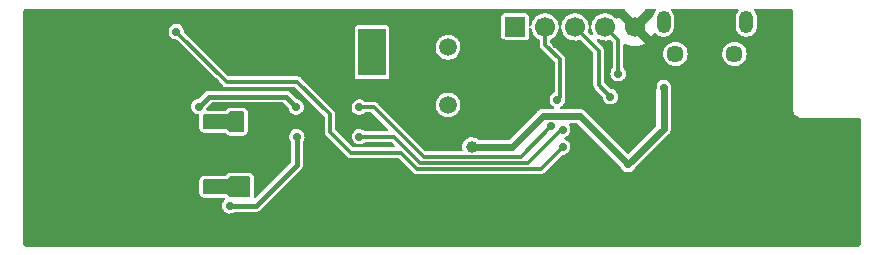
<source format=gbl>
%TF.GenerationSoftware,KiCad,Pcbnew,(6.0.8)*%
%TF.CreationDate,2022-11-15T14:19:18+02:00*%
%TF.ProjectId,ServoController,53657276-6f43-46f6-9e74-726f6c6c6572,rev?*%
%TF.SameCoordinates,PXe3ed9c0PYb6ddf70*%
%TF.FileFunction,Copper,L2,Bot*%
%TF.FilePolarity,Positive*%
%FSLAX46Y46*%
G04 Gerber Fmt 4.6, Leading zero omitted, Abs format (unit mm)*
G04 Created by KiCad (PCBNEW (6.0.8)) date 2022-11-15 14:19:18*
%MOMM*%
%LPD*%
G01*
G04 APERTURE LIST*
%TA.AperFunction,ComponentPad*%
%ADD10C,1.500000*%
%TD*%
%TA.AperFunction,ComponentPad*%
%ADD11C,1.700000*%
%TD*%
%TA.AperFunction,ComponentPad*%
%ADD12R,1.700000X1.700000*%
%TD*%
%TA.AperFunction,ComponentPad*%
%ADD13C,0.800000*%
%TD*%
%TA.AperFunction,SMDPad,CuDef*%
%ADD14R,2.332000X3.957600*%
%TD*%
%TA.AperFunction,ComponentPad*%
%ADD15C,1.450000*%
%TD*%
%TA.AperFunction,ComponentPad*%
%ADD16O,1.200000X1.900000*%
%TD*%
%TA.AperFunction,ViaPad*%
%ADD17C,0.700000*%
%TD*%
%TA.AperFunction,ViaPad*%
%ADD18C,1.000000*%
%TD*%
%TA.AperFunction,Conductor*%
%ADD19C,0.600000*%
%TD*%
%TA.AperFunction,Conductor*%
%ADD20C,0.300000*%
%TD*%
%TA.AperFunction,Conductor*%
%ADD21C,0.400000*%
%TD*%
G04 APERTURE END LIST*
D10*
X36250000Y-3570000D03*
X36250000Y-8450000D03*
D11*
X52080000Y-1850000D03*
X49540000Y-1850000D03*
X47000000Y-1850000D03*
X44460000Y-1850000D03*
D12*
X41920000Y-1850000D03*
D13*
X29800000Y-4900000D03*
D14*
X29802000Y-4000000D03*
D13*
X29800000Y-3100000D03*
D15*
X55500000Y-4142500D03*
D16*
X54500000Y-1442500D03*
X61500000Y-1442500D03*
D15*
X60500000Y-4142500D03*
D17*
X52500000Y-4000000D03*
X34750000Y-2250000D03*
X63750000Y-19250000D03*
X54250000Y-13500000D03*
D18*
X38700000Y-3710000D03*
D17*
X27750000Y-13750000D03*
X40249500Y-10850000D03*
X48500000Y-8250000D03*
X26750000Y-2750000D03*
X47250000Y-11000000D03*
X31750000Y-2099500D03*
X64250000Y-2500000D03*
X16500000Y-2000000D03*
X13090000Y-16700000D03*
X63250000Y-6750000D03*
X17400000Y-19040000D03*
X31640000Y-9190000D03*
X17505185Y-5004769D03*
X8750000Y-6000000D03*
D18*
X45516200Y-3197878D03*
D17*
X25750000Y-1500000D03*
X46750000Y-8000000D03*
X38000000Y-10250000D03*
X58500000Y-17500000D03*
X32250000Y-4500000D03*
X13750000Y-7000000D03*
X63500000Y-17140000D03*
X16890000Y-18110000D03*
X56180000Y-5420000D03*
X13380000Y-14230000D03*
X60500000Y-19500000D03*
X48250000Y-7000000D03*
X13170000Y-9000000D03*
X25000000Y-13750000D03*
X25000000Y-10500000D03*
X35000000Y-10000000D03*
X49750000Y-9000000D03*
X19000000Y-4750000D03*
X32370000Y-18960000D03*
X25850000Y-19120000D03*
X60500000Y-17000000D03*
X49840000Y-6470000D03*
D18*
X40718225Y-3304613D03*
D17*
X23500000Y-19080000D03*
X58500000Y-19250000D03*
X8750000Y-3750000D03*
X25250000Y-5500000D03*
X14500000Y-6499500D03*
X27750000Y-1250000D03*
X12279977Y-3029977D03*
X15068477Y-2450500D03*
X13340000Y-10630000D03*
X11750000Y-6499500D03*
X62000000Y-18250000D03*
X53593356Y-6973327D03*
X13590000Y-12350000D03*
X16500000Y-6500000D03*
X16910000Y-12430000D03*
X56000000Y-18750000D03*
X53250000Y-19250000D03*
X63250000Y-1000000D03*
X30750000Y-14000000D03*
X8750000Y-1000000D03*
X61500000Y-8750000D03*
X36250000Y-5750000D03*
X9750000Y-7000000D03*
X56190000Y-6490000D03*
X50500000Y-10500000D03*
X26750000Y-6250000D03*
X21750000Y-13500000D03*
X40618554Y-8069019D03*
X37250000Y-2099500D03*
X63250000Y-4500000D03*
X55800000Y-10450000D03*
X64250000Y-8750000D03*
X13880000Y-17740000D03*
X28860000Y-19040000D03*
X34500000Y-4750000D03*
X13960000Y-19120000D03*
X57750000Y-10250000D03*
D18*
X38250000Y-12000000D03*
D17*
X54500000Y-6985500D03*
X51500000Y-13500000D03*
D18*
X18000000Y-10000000D03*
X18000000Y-15250000D03*
X16450000Y-9865000D03*
X16450000Y-15365000D03*
D17*
X45500000Y-8000000D03*
X13250000Y-2250000D03*
X45954872Y-12014372D03*
X50650000Y-5810000D03*
X50000000Y-7750000D03*
X28750000Y-11150000D03*
X45960000Y-10550000D03*
X45010000Y-10259500D03*
X28740000Y-8640000D03*
X15155000Y-8595000D03*
X23390000Y-8630000D03*
X17750000Y-17000000D03*
X23450000Y-11150000D03*
D19*
X47410000Y-9410000D02*
X44260000Y-9410000D01*
X41670000Y-12000000D02*
X38250000Y-12000000D01*
X54500000Y-10500000D02*
X51500000Y-13500000D01*
X44260000Y-9410000D02*
X41670000Y-12000000D01*
X51500000Y-13500000D02*
X47410000Y-9410000D01*
X54500000Y-6985500D02*
X54500000Y-10500000D01*
D20*
X45720000Y-7780000D02*
X45720000Y-4603069D01*
X45720000Y-4603069D02*
X44460000Y-3343069D01*
X44460000Y-3343069D02*
X44460000Y-1850000D01*
X45500000Y-8000000D02*
X45720000Y-7780000D01*
X45954872Y-12014372D02*
X44119244Y-13850000D01*
X23500000Y-6500000D02*
X17500000Y-6500000D01*
X26250000Y-10750000D02*
X26250000Y-9250000D01*
X33590000Y-13850000D02*
X32240000Y-12500000D01*
X44119244Y-13850000D02*
X33590000Y-13850000D01*
X26250000Y-9250000D02*
X23500000Y-6500000D01*
X28000000Y-12500000D02*
X26250000Y-10750000D01*
X32240000Y-12500000D02*
X28000000Y-12500000D01*
X17500000Y-6500000D02*
X13250000Y-2250000D01*
X50650000Y-5810000D02*
X50650000Y-2960000D01*
X50650000Y-2960000D02*
X49540000Y-1850000D01*
X49000000Y-6750000D02*
X49000000Y-3850000D01*
X50000000Y-7750000D02*
X49000000Y-6750000D01*
X49000000Y-3850000D02*
X47000000Y-1850000D01*
X31660000Y-11150000D02*
X28750000Y-11150000D01*
X43030969Y-13349031D02*
X33859031Y-13349031D01*
X33859031Y-13349031D02*
X31660000Y-11150000D01*
X45830000Y-10550000D02*
X43030969Y-13349031D01*
X45960000Y-10550000D02*
X45830000Y-10550000D01*
X29970000Y-8640000D02*
X28740000Y-8640000D01*
X34179511Y-12849511D02*
X30510000Y-9180000D01*
X45010000Y-10259500D02*
X42419989Y-12849511D01*
X42419989Y-12849511D02*
X34179511Y-12849511D01*
X30510000Y-9180000D02*
X29970000Y-8640000D01*
D21*
X23390000Y-8630000D02*
X22510000Y-7750000D01*
X16000000Y-7750000D02*
X15155000Y-8595000D01*
X22510000Y-7750000D02*
X16000000Y-7750000D01*
X23450000Y-13550000D02*
X23450000Y-11150000D01*
X20000000Y-17000000D02*
X23450000Y-13550000D01*
X17750000Y-17000000D02*
X20000000Y-17000000D01*
%TA.AperFunction,Conductor*%
G36*
X51179078Y-320185D02*
G01*
X51224833Y-372989D01*
X51231651Y-424312D01*
X51240482Y-444797D01*
X52067393Y-1271708D01*
X52081113Y-1279200D01*
X52082919Y-1279071D01*
X52089426Y-1274889D01*
X52916525Y-447790D01*
X52924017Y-434070D01*
X52923965Y-433345D01*
X52938817Y-365072D01*
X52988223Y-315667D01*
X53047649Y-300500D01*
X53722869Y-300500D01*
X53789908Y-320185D01*
X53835663Y-372989D01*
X53845607Y-442147D01*
X53815019Y-507472D01*
X53788307Y-537139D01*
X53767467Y-560284D01*
X53764219Y-565910D01*
X53683111Y-706394D01*
X53672821Y-724216D01*
X53662441Y-756163D01*
X53616334Y-898065D01*
X53614326Y-904244D01*
X53614034Y-907024D01*
X53581491Y-967299D01*
X53520327Y-1001073D01*
X53506129Y-1001461D01*
X53485203Y-1010482D01*
X52658292Y-1837393D01*
X52650800Y-1851113D01*
X52650929Y-1852919D01*
X52655111Y-1859426D01*
X53482210Y-2686525D01*
X53494391Y-2693176D01*
X53501921Y-2687539D01*
X53552159Y-2605560D01*
X53556573Y-2596897D01*
X53625032Y-2431621D01*
X53668873Y-2377218D01*
X53735167Y-2355153D01*
X53802866Y-2372432D01*
X53831741Y-2396100D01*
X53894129Y-2465388D01*
X54047270Y-2576651D01*
X54053206Y-2579294D01*
X54053208Y-2579295D01*
X54090171Y-2595752D01*
X54220197Y-2653644D01*
X54262544Y-2662645D01*
X54398991Y-2691648D01*
X54398996Y-2691648D01*
X54405354Y-2693000D01*
X54594646Y-2693000D01*
X54601004Y-2691648D01*
X54601009Y-2691648D01*
X54737456Y-2662645D01*
X54779803Y-2653644D01*
X54909829Y-2595752D01*
X54946792Y-2579295D01*
X54946794Y-2579294D01*
X54952730Y-2576651D01*
X55105871Y-2465388D01*
X55165409Y-2399265D01*
X55228186Y-2329544D01*
X55228187Y-2329543D01*
X55232533Y-2324716D01*
X55327179Y-2160784D01*
X55385674Y-1980756D01*
X55400500Y-1839692D01*
X55400500Y-1045308D01*
X55385674Y-904244D01*
X55327179Y-724216D01*
X55316890Y-706394D01*
X55235781Y-565910D01*
X55232533Y-560284D01*
X55211693Y-537139D01*
X55184981Y-507472D01*
X55154751Y-444480D01*
X55163376Y-375145D01*
X55208118Y-321480D01*
X55277131Y-300500D01*
X60722869Y-300500D01*
X60789908Y-320185D01*
X60835663Y-372989D01*
X60845607Y-442147D01*
X60815019Y-507472D01*
X60788307Y-537139D01*
X60767467Y-560284D01*
X60764219Y-565910D01*
X60683111Y-706394D01*
X60672821Y-724216D01*
X60614326Y-904244D01*
X60599500Y-1045308D01*
X60599500Y-1839692D01*
X60614326Y-1980756D01*
X60672821Y-2160784D01*
X60767467Y-2324716D01*
X60771813Y-2329543D01*
X60771814Y-2329544D01*
X60834591Y-2399265D01*
X60894129Y-2465388D01*
X61047270Y-2576651D01*
X61053206Y-2579294D01*
X61053208Y-2579295D01*
X61090171Y-2595752D01*
X61220197Y-2653644D01*
X61262544Y-2662645D01*
X61398991Y-2691648D01*
X61398996Y-2691648D01*
X61405354Y-2693000D01*
X61594646Y-2693000D01*
X61601004Y-2691648D01*
X61601009Y-2691648D01*
X61737456Y-2662645D01*
X61779803Y-2653644D01*
X61909829Y-2595752D01*
X61946792Y-2579295D01*
X61946794Y-2579294D01*
X61952730Y-2576651D01*
X62105871Y-2465388D01*
X62165409Y-2399265D01*
X62228186Y-2329544D01*
X62228187Y-2329543D01*
X62232533Y-2324716D01*
X62327179Y-2160784D01*
X62385674Y-1980756D01*
X62400500Y-1839692D01*
X62400500Y-1045308D01*
X62385674Y-904244D01*
X62327179Y-724216D01*
X62316890Y-706394D01*
X62235781Y-565910D01*
X62232533Y-560284D01*
X62211693Y-537139D01*
X62184981Y-507472D01*
X62154751Y-444480D01*
X62163376Y-375145D01*
X62208118Y-321480D01*
X62277131Y-300500D01*
X65212861Y-300500D01*
X65234391Y-302384D01*
X65250000Y-305136D01*
X65259736Y-303419D01*
X65277012Y-304779D01*
X65292249Y-307192D01*
X65329147Y-319180D01*
X65349763Y-329684D01*
X65381151Y-352489D01*
X65397511Y-368849D01*
X65420316Y-400237D01*
X65430820Y-420853D01*
X65442808Y-457751D01*
X65445221Y-472988D01*
X65446581Y-490264D01*
X65444864Y-500000D01*
X65447616Y-515606D01*
X65449500Y-537139D01*
X65449500Y-8712861D01*
X65447616Y-8734391D01*
X65444864Y-8750000D01*
X65446593Y-8759803D01*
X65446749Y-8761387D01*
X65446749Y-8762270D01*
X65447057Y-8764516D01*
X65447748Y-8771534D01*
X65461083Y-8906925D01*
X65472238Y-8943697D01*
X65503528Y-9046848D01*
X65506856Y-9057820D01*
X65581188Y-9196886D01*
X65585055Y-9201598D01*
X65648754Y-9279215D01*
X65681222Y-9318778D01*
X65685929Y-9322641D01*
X65797660Y-9414336D01*
X65803114Y-9418812D01*
X65942180Y-9493144D01*
X65948003Y-9494910D01*
X65948007Y-9494912D01*
X66041476Y-9523265D01*
X66093075Y-9538917D01*
X66156805Y-9545194D01*
X66181296Y-9547606D01*
X66187601Y-9548678D01*
X66190622Y-9549883D01*
X66196915Y-9550500D01*
X66204589Y-9550500D01*
X66216741Y-9551097D01*
X66228627Y-9552267D01*
X66235485Y-9552943D01*
X66237731Y-9553251D01*
X66238613Y-9553251D01*
X66240197Y-9553407D01*
X66250000Y-9555136D01*
X66260691Y-9553251D01*
X66263849Y-9552694D01*
X66265609Y-9552384D01*
X66287139Y-9550500D01*
X70962861Y-9550500D01*
X70984391Y-9552384D01*
X71000000Y-9555136D01*
X71009736Y-9553419D01*
X71027012Y-9554779D01*
X71042249Y-9557192D01*
X71079147Y-9569180D01*
X71099763Y-9579684D01*
X71131151Y-9602489D01*
X71147511Y-9618849D01*
X71170316Y-9650237D01*
X71180820Y-9670853D01*
X71192808Y-9707751D01*
X71195221Y-9722988D01*
X71196581Y-9740264D01*
X71194864Y-9750000D01*
X71197616Y-9765606D01*
X71199500Y-9787139D01*
X71199500Y-20212861D01*
X71197616Y-20234391D01*
X71194864Y-20250000D01*
X71196581Y-20259736D01*
X71195221Y-20277012D01*
X71192808Y-20292249D01*
X71180820Y-20329147D01*
X71170316Y-20349763D01*
X71147511Y-20381151D01*
X71131151Y-20397511D01*
X71099763Y-20420316D01*
X71079147Y-20430820D01*
X71042249Y-20442808D01*
X71027012Y-20445221D01*
X71009736Y-20446581D01*
X71000000Y-20444864D01*
X70984391Y-20447616D01*
X70962861Y-20449500D01*
X537139Y-20449500D01*
X515609Y-20447616D01*
X500000Y-20444864D01*
X490264Y-20446581D01*
X472988Y-20445221D01*
X457751Y-20442808D01*
X420853Y-20430820D01*
X400237Y-20420316D01*
X368849Y-20397511D01*
X352489Y-20381151D01*
X329684Y-20349763D01*
X319180Y-20329147D01*
X307192Y-20292249D01*
X304779Y-20277012D01*
X303419Y-20259736D01*
X305136Y-20250000D01*
X302384Y-20234391D01*
X300500Y-20212861D01*
X300500Y-15876000D01*
X15194500Y-15876000D01*
X15201482Y-15940941D01*
X15212688Y-15992452D01*
X15223646Y-16030658D01*
X15280325Y-16127571D01*
X15326080Y-16180375D01*
X15370813Y-16222553D01*
X15436854Y-16256133D01*
X15464997Y-16270443D01*
X15470889Y-16273439D01*
X15476378Y-16275051D01*
X15476381Y-16275052D01*
X15490205Y-16279111D01*
X15537928Y-16293124D01*
X15624000Y-16305500D01*
X17225757Y-16305500D01*
X17292796Y-16325185D01*
X17338551Y-16377989D01*
X17348495Y-16447147D01*
X17319470Y-16510703D01*
X17307271Y-16522942D01*
X17268669Y-16556616D01*
X17268664Y-16556622D01*
X17263034Y-16561533D01*
X17172501Y-16690348D01*
X17115309Y-16837039D01*
X17094758Y-16993138D01*
X17112035Y-17149633D01*
X17166143Y-17297490D01*
X17253958Y-17428172D01*
X17291447Y-17462284D01*
X17364878Y-17529102D01*
X17364882Y-17529105D01*
X17370410Y-17534135D01*
X17508776Y-17609262D01*
X17611031Y-17636088D01*
X17653841Y-17647319D01*
X17653843Y-17647319D01*
X17661069Y-17649215D01*
X17738127Y-17650425D01*
X17811025Y-17651571D01*
X17811028Y-17651571D01*
X17818495Y-17651688D01*
X17825776Y-17650020D01*
X17825780Y-17650020D01*
X17964681Y-17618207D01*
X17971968Y-17616538D01*
X18042886Y-17580870D01*
X18105945Y-17549155D01*
X18105947Y-17549154D01*
X18112625Y-17545795D01*
X18130874Y-17530209D01*
X18194635Y-17501639D01*
X18211405Y-17500500D01*
X19930039Y-17500500D01*
X19941985Y-17501835D01*
X19942023Y-17501361D01*
X19950832Y-17502070D01*
X19959447Y-17504019D01*
X19968264Y-17503472D01*
X19968265Y-17503472D01*
X20012328Y-17500738D01*
X20020007Y-17500500D01*
X20035940Y-17500500D01*
X20040308Y-17499874D01*
X20040314Y-17499874D01*
X20046130Y-17499041D01*
X20056029Y-17498027D01*
X20088452Y-17496015D01*
X20093722Y-17495688D01*
X20102538Y-17495141D01*
X20110849Y-17492140D01*
X20113681Y-17491554D01*
X20130384Y-17487390D01*
X20133168Y-17486576D01*
X20141918Y-17485323D01*
X20184348Y-17466031D01*
X20193554Y-17462284D01*
X20229075Y-17449461D01*
X20229077Y-17449460D01*
X20237387Y-17446460D01*
X20244525Y-17441245D01*
X20247085Y-17439884D01*
X20261955Y-17431195D01*
X20264385Y-17429641D01*
X20272428Y-17425984D01*
X20307743Y-17395554D01*
X20315531Y-17389371D01*
X20326336Y-17381478D01*
X20337136Y-17370678D01*
X20343875Y-17364421D01*
X20374345Y-17338167D01*
X20374348Y-17338164D01*
X20381037Y-17332400D01*
X20385843Y-17324985D01*
X20391185Y-17318861D01*
X20400651Y-17307163D01*
X23754439Y-13953375D01*
X23763828Y-13945872D01*
X23763520Y-13945510D01*
X23770246Y-13939785D01*
X23777720Y-13935070D01*
X23812793Y-13895357D01*
X23818055Y-13889759D01*
X23829321Y-13878493D01*
X23835499Y-13870251D01*
X23841777Y-13862539D01*
X23866774Y-13834235D01*
X23866774Y-13834234D01*
X23872623Y-13827612D01*
X23876379Y-13819613D01*
X23877971Y-13817189D01*
X23886854Y-13802405D01*
X23888229Y-13799893D01*
X23893527Y-13792824D01*
X23896627Y-13784554D01*
X23896630Y-13784549D01*
X23909892Y-13749173D01*
X23913750Y-13740016D01*
X23933553Y-13697837D01*
X23934912Y-13689107D01*
X23935756Y-13686347D01*
X23940129Y-13669678D01*
X23940750Y-13666855D01*
X23943852Y-13658580D01*
X23947306Y-13612097D01*
X23948439Y-13602227D01*
X23950500Y-13588991D01*
X23950500Y-13573715D01*
X23950841Y-13564526D01*
X23953821Y-13524418D01*
X23954476Y-13515608D01*
X23952632Y-13506968D01*
X23952078Y-13498846D01*
X23950500Y-13483894D01*
X23950500Y-11608212D01*
X23973800Y-11535855D01*
X24024224Y-11465683D01*
X24082950Y-11319598D01*
X24084793Y-11306649D01*
X24104562Y-11167744D01*
X24104562Y-11167740D01*
X24105134Y-11163723D01*
X24105278Y-11150000D01*
X24098131Y-11090941D01*
X24087262Y-11001119D01*
X24087261Y-11001115D01*
X24086363Y-10993694D01*
X24061646Y-10928282D01*
X24033354Y-10853408D01*
X24033352Y-10853405D01*
X24030710Y-10846412D01*
X23984455Y-10779111D01*
X23945768Y-10722821D01*
X23945765Y-10722818D01*
X23941531Y-10716657D01*
X23865261Y-10648703D01*
X23829559Y-10616893D01*
X23829558Y-10616892D01*
X23823976Y-10611919D01*
X23684831Y-10538245D01*
X23580484Y-10512035D01*
X23539378Y-10501710D01*
X23532128Y-10499889D01*
X23450329Y-10499461D01*
X23382158Y-10499104D01*
X23382157Y-10499104D01*
X23374684Y-10499065D01*
X23367421Y-10500809D01*
X23367418Y-10500809D01*
X23298136Y-10517442D01*
X23221588Y-10535820D01*
X23081679Y-10608032D01*
X23076048Y-10612945D01*
X23076047Y-10612945D01*
X23064952Y-10622624D01*
X22963034Y-10711533D01*
X22872501Y-10840348D01*
X22869785Y-10847313D01*
X22869785Y-10847314D01*
X22853725Y-10888506D01*
X22815309Y-10987039D01*
X22794758Y-11143138D01*
X22795578Y-11150566D01*
X22795578Y-11150568D01*
X22797324Y-11166385D01*
X22812035Y-11299633D01*
X22866143Y-11447490D01*
X22899200Y-11496683D01*
X22928421Y-11540169D01*
X22949500Y-11609330D01*
X22949500Y-13291324D01*
X22929815Y-13358363D01*
X22913181Y-13379005D01*
X20008372Y-16283814D01*
X19947049Y-16317299D01*
X19877357Y-16312315D01*
X19821424Y-16270443D01*
X19797007Y-16204979D01*
X19797953Y-16178489D01*
X19802018Y-16150218D01*
X19804871Y-16130377D01*
X19804871Y-16130372D01*
X19805500Y-16126000D01*
X19805500Y-14624000D01*
X19798518Y-14559059D01*
X19787312Y-14507548D01*
X19776354Y-14469342D01*
X19719675Y-14372429D01*
X19673920Y-14319625D01*
X19653738Y-14300596D01*
X19635640Y-14283531D01*
X19635638Y-14283530D01*
X19629187Y-14277447D01*
X19563146Y-14243867D01*
X19534215Y-14229156D01*
X19534213Y-14229155D01*
X19529111Y-14226561D01*
X19523622Y-14224949D01*
X19523619Y-14224948D01*
X19481354Y-14212538D01*
X19462072Y-14206876D01*
X19376000Y-14194500D01*
X17801362Y-14194500D01*
X17799724Y-14194588D01*
X17799717Y-14194588D01*
X17770381Y-14196161D01*
X17770380Y-14196161D01*
X17768703Y-14196251D01*
X17767032Y-14196431D01*
X17767028Y-14196431D01*
X17752953Y-14197944D01*
X17742345Y-14199085D01*
X17736543Y-14200902D01*
X17736537Y-14200903D01*
X17634405Y-14232883D01*
X17628593Y-14234703D01*
X17567270Y-14268188D01*
X17497660Y-14320298D01*
X17409777Y-14408181D01*
X17348454Y-14441666D01*
X17322096Y-14444500D01*
X15624000Y-14444500D01*
X15583094Y-14448898D01*
X15562369Y-14451126D01*
X15562367Y-14451126D01*
X15559059Y-14451482D01*
X15507548Y-14462688D01*
X15469342Y-14473646D01*
X15372429Y-14530325D01*
X15319625Y-14576080D01*
X15277447Y-14620813D01*
X15226561Y-14720889D01*
X15206876Y-14787928D01*
X15194500Y-14874000D01*
X15194500Y-15876000D01*
X300500Y-15876000D01*
X300500Y-8588138D01*
X14499758Y-8588138D01*
X14500578Y-8595566D01*
X14500578Y-8595568D01*
X14512207Y-8700903D01*
X14517035Y-8744633D01*
X14519601Y-8751645D01*
X14519602Y-8751649D01*
X14539265Y-8805379D01*
X14571143Y-8892490D01*
X14575314Y-8898697D01*
X14654424Y-9016424D01*
X14658958Y-9023172D01*
X14713693Y-9072977D01*
X14769878Y-9124102D01*
X14769882Y-9124105D01*
X14775410Y-9129135D01*
X14781980Y-9132702D01*
X14781981Y-9132703D01*
X14890288Y-9191509D01*
X14913776Y-9204262D01*
X15066069Y-9244215D01*
X15073546Y-9244332D01*
X15080952Y-9245347D01*
X15080756Y-9246776D01*
X15139583Y-9265062D01*
X15184500Y-9318580D01*
X15194048Y-9374000D01*
X15194500Y-9374000D01*
X15194500Y-10376000D01*
X15201482Y-10440941D01*
X15212688Y-10492452D01*
X15223646Y-10530658D01*
X15280325Y-10627571D01*
X15326080Y-10680375D01*
X15328353Y-10682518D01*
X15363754Y-10715897D01*
X15370813Y-10722553D01*
X15470889Y-10773439D01*
X15476378Y-10775051D01*
X15476381Y-10775052D01*
X15490205Y-10779111D01*
X15537928Y-10793124D01*
X15624000Y-10805500D01*
X17322096Y-10805500D01*
X17389135Y-10825185D01*
X17409777Y-10841819D01*
X17497660Y-10929702D01*
X17498894Y-10930811D01*
X17498902Y-10930818D01*
X17517480Y-10947505D01*
X17521992Y-10951558D01*
X17542634Y-10968192D01*
X17548027Y-10971013D01*
X17548030Y-10971015D01*
X17615063Y-11006079D01*
X17648251Y-11023439D01*
X17654089Y-11025153D01*
X17654091Y-11025154D01*
X17658178Y-11026354D01*
X17715290Y-11043124D01*
X17801362Y-11055500D01*
X18876000Y-11055500D01*
X18916906Y-11051102D01*
X18937631Y-11048874D01*
X18937633Y-11048874D01*
X18940941Y-11048518D01*
X18992452Y-11037312D01*
X19030658Y-11026354D01*
X19127571Y-10969675D01*
X19180375Y-10923920D01*
X19211910Y-10890475D01*
X19216469Y-10885640D01*
X19216470Y-10885638D01*
X19222553Y-10879187D01*
X19265191Y-10795333D01*
X19270844Y-10784215D01*
X19270845Y-10784213D01*
X19273439Y-10779111D01*
X19275105Y-10773439D01*
X19288866Y-10726573D01*
X19293124Y-10712072D01*
X19305500Y-10626000D01*
X19305500Y-9124000D01*
X19298518Y-9059059D01*
X19287312Y-9007548D01*
X19276354Y-8969342D01*
X19219675Y-8872429D01*
X19173920Y-8819625D01*
X19144835Y-8792201D01*
X19135640Y-8783531D01*
X19135638Y-8783530D01*
X19129187Y-8777447D01*
X19054194Y-8739315D01*
X19034215Y-8729156D01*
X19034213Y-8729155D01*
X19029111Y-8726561D01*
X19023622Y-8724949D01*
X19023619Y-8724948D01*
X18982454Y-8712861D01*
X18962072Y-8706876D01*
X18876000Y-8694500D01*
X17801362Y-8694500D01*
X17799724Y-8694588D01*
X17799717Y-8694588D01*
X17770381Y-8696161D01*
X17770380Y-8696161D01*
X17768703Y-8696251D01*
X17767032Y-8696431D01*
X17767028Y-8696431D01*
X17752953Y-8697944D01*
X17742345Y-8699085D01*
X17736543Y-8700902D01*
X17736537Y-8700903D01*
X17646308Y-8729156D01*
X17628593Y-8734703D01*
X17623247Y-8737622D01*
X17623245Y-8737623D01*
X17600579Y-8750000D01*
X17567270Y-8768188D01*
X17497660Y-8820298D01*
X17409777Y-8908181D01*
X17348454Y-8941666D01*
X17322096Y-8944500D01*
X15899122Y-8944500D01*
X15832083Y-8924815D01*
X15786328Y-8872011D01*
X15776384Y-8802853D01*
X15784072Y-8774246D01*
X15785162Y-8771534D01*
X15785163Y-8771532D01*
X15787950Y-8764598D01*
X15790792Y-8744633D01*
X15797841Y-8695100D01*
X15826775Y-8631503D01*
X15832923Y-8624891D01*
X16170995Y-8286819D01*
X16232318Y-8253334D01*
X16258676Y-8250500D01*
X22251324Y-8250500D01*
X22318363Y-8270185D01*
X22339005Y-8286819D01*
X22711342Y-8659155D01*
X22744827Y-8720478D01*
X22746912Y-8733229D01*
X22750772Y-8768188D01*
X22752035Y-8779633D01*
X22806143Y-8927490D01*
X22893958Y-9058172D01*
X22940209Y-9100257D01*
X23004878Y-9159102D01*
X23004882Y-9159105D01*
X23010410Y-9164135D01*
X23016980Y-9167702D01*
X23016981Y-9167703D01*
X23142195Y-9235689D01*
X23148776Y-9239262D01*
X23214629Y-9256538D01*
X23293841Y-9277319D01*
X23293843Y-9277319D01*
X23301069Y-9279215D01*
X23378127Y-9280425D01*
X23451025Y-9281571D01*
X23451028Y-9281571D01*
X23458495Y-9281688D01*
X23465776Y-9280020D01*
X23465780Y-9280020D01*
X23604681Y-9248207D01*
X23611968Y-9246538D01*
X23752625Y-9175795D01*
X23758306Y-9170943D01*
X23758309Y-9170941D01*
X23866666Y-9078395D01*
X23866667Y-9078394D01*
X23872348Y-9073542D01*
X23883393Y-9058172D01*
X23906099Y-9026572D01*
X23964224Y-8945683D01*
X24022950Y-8799598D01*
X24024003Y-8792201D01*
X24044562Y-8647744D01*
X24044562Y-8647740D01*
X24045134Y-8643723D01*
X24045278Y-8630000D01*
X24043649Y-8616538D01*
X24027262Y-8481119D01*
X24027261Y-8481115D01*
X24026363Y-8473694D01*
X23998220Y-8399215D01*
X23973354Y-8333408D01*
X23973352Y-8333405D01*
X23970710Y-8326412D01*
X23950832Y-8297490D01*
X23885768Y-8202821D01*
X23885765Y-8202818D01*
X23881531Y-8196657D01*
X23820416Y-8142205D01*
X23769559Y-8096893D01*
X23769558Y-8096892D01*
X23763976Y-8091919D01*
X23624831Y-8018245D01*
X23472749Y-7980045D01*
X23415276Y-7947462D01*
X22913375Y-7445561D01*
X22905872Y-7436172D01*
X22905510Y-7436480D01*
X22899785Y-7429754D01*
X22895070Y-7422280D01*
X22855357Y-7387207D01*
X22849759Y-7381945D01*
X22838494Y-7370680D01*
X22830262Y-7364510D01*
X22822543Y-7358227D01*
X22821939Y-7357693D01*
X22787612Y-7327377D01*
X22779616Y-7323623D01*
X22777211Y-7322043D01*
X22762429Y-7313160D01*
X22759892Y-7311771D01*
X22752824Y-7306474D01*
X22709187Y-7290115D01*
X22700032Y-7286258D01*
X22657837Y-7266447D01*
X22649103Y-7265087D01*
X22646325Y-7264238D01*
X22629678Y-7259870D01*
X22626848Y-7259248D01*
X22618580Y-7256148D01*
X22609776Y-7255494D01*
X22609773Y-7255493D01*
X22581602Y-7253400D01*
X22572097Y-7252694D01*
X22562227Y-7251561D01*
X22548991Y-7249500D01*
X22533715Y-7249500D01*
X22524526Y-7249159D01*
X22524476Y-7249155D01*
X22475608Y-7245524D01*
X22466968Y-7247368D01*
X22458846Y-7247922D01*
X22443894Y-7249500D01*
X16069952Y-7249500D01*
X16058011Y-7248166D01*
X16057973Y-7248640D01*
X16049167Y-7247931D01*
X16040552Y-7245982D01*
X15997707Y-7248640D01*
X15987680Y-7249262D01*
X15980002Y-7249500D01*
X15964060Y-7249500D01*
X15959681Y-7250127D01*
X15953867Y-7250959D01*
X15943973Y-7251973D01*
X15925196Y-7253138D01*
X15897461Y-7254859D01*
X15889152Y-7257858D01*
X15886305Y-7258448D01*
X15869600Y-7262613D01*
X15866823Y-7263425D01*
X15858082Y-7264677D01*
X15850043Y-7268332D01*
X15850040Y-7268333D01*
X15815657Y-7283966D01*
X15806439Y-7287719D01*
X15762613Y-7303540D01*
X15755477Y-7308753D01*
X15752923Y-7310111D01*
X15738052Y-7318800D01*
X15735613Y-7320360D01*
X15727572Y-7324016D01*
X15692240Y-7354460D01*
X15684483Y-7360619D01*
X15673664Y-7368523D01*
X15662871Y-7379316D01*
X15656132Y-7385573D01*
X15618963Y-7417600D01*
X15614158Y-7425013D01*
X15608809Y-7431144D01*
X15599346Y-7442841D01*
X15128675Y-7913511D01*
X15069941Y-7946404D01*
X14926588Y-7980820D01*
X14786679Y-8053032D01*
X14668034Y-8156533D01*
X14577501Y-8285348D01*
X14574785Y-8292313D01*
X14574785Y-8292314D01*
X14563307Y-8321754D01*
X14520309Y-8432039D01*
X14499758Y-8588138D01*
X300500Y-8588138D01*
X300500Y-2243138D01*
X12594758Y-2243138D01*
X12595578Y-2250566D01*
X12595578Y-2250568D01*
X12603764Y-2324716D01*
X12612035Y-2399633D01*
X12614601Y-2406645D01*
X12614602Y-2406649D01*
X12622311Y-2427714D01*
X12666143Y-2547490D01*
X12753958Y-2678172D01*
X12776427Y-2698617D01*
X12864878Y-2779102D01*
X12864882Y-2779105D01*
X12870410Y-2784135D01*
X12876980Y-2787702D01*
X12876981Y-2787703D01*
X13002208Y-2855696D01*
X13008776Y-2859262D01*
X13092552Y-2881240D01*
X13153841Y-2897319D01*
X13153843Y-2897319D01*
X13161069Y-2899215D01*
X13207381Y-2899943D01*
X13213507Y-2900039D01*
X13280229Y-2920775D01*
X13299240Y-2936343D01*
X17157333Y-6794436D01*
X17167031Y-6805349D01*
X17188128Y-6832110D01*
X17195753Y-6837380D01*
X17195754Y-6837381D01*
X17236397Y-6865471D01*
X17239566Y-6867735D01*
X17286817Y-6902635D01*
X17293634Y-6905029D01*
X17299569Y-6909131D01*
X17308408Y-6911926D01*
X17308409Y-6911927D01*
X17355519Y-6926826D01*
X17359162Y-6928041D01*
X17414631Y-6947520D01*
X17421733Y-6947799D01*
X17421995Y-6947851D01*
X17428730Y-6949980D01*
X17435337Y-6950500D01*
X17488043Y-6950500D01*
X17492912Y-6950596D01*
X17549994Y-6952839D01*
X17557078Y-6950960D01*
X17565443Y-6950500D01*
X23262035Y-6950500D01*
X23329074Y-6970185D01*
X23349716Y-6986819D01*
X25763181Y-9400284D01*
X25796666Y-9461607D01*
X25799500Y-9487965D01*
X25799500Y-10715897D01*
X25798641Y-10730471D01*
X25794636Y-10764310D01*
X25800302Y-10795333D01*
X25805176Y-10822022D01*
X25805816Y-10825864D01*
X25814551Y-10883962D01*
X25817679Y-10890475D01*
X25818975Y-10897573D01*
X25823248Y-10905799D01*
X25846033Y-10949663D01*
X25847769Y-10953137D01*
X25873191Y-11006079D01*
X25878016Y-11011299D01*
X25878165Y-11011520D01*
X25881421Y-11017788D01*
X25885725Y-11022828D01*
X25922994Y-11060097D01*
X25926369Y-11063607D01*
X25958853Y-11098749D01*
X25958856Y-11098751D01*
X25965146Y-11105556D01*
X25971484Y-11109237D01*
X25977725Y-11114828D01*
X27657333Y-12794436D01*
X27667031Y-12805349D01*
X27688128Y-12832110D01*
X27695753Y-12837380D01*
X27695754Y-12837381D01*
X27736397Y-12865471D01*
X27739566Y-12867735D01*
X27786817Y-12902635D01*
X27793634Y-12905029D01*
X27799569Y-12909131D01*
X27808408Y-12911926D01*
X27808409Y-12911927D01*
X27855519Y-12926826D01*
X27859162Y-12928041D01*
X27914631Y-12947520D01*
X27921733Y-12947799D01*
X27921995Y-12947851D01*
X27928730Y-12949980D01*
X27935337Y-12950500D01*
X27988059Y-12950500D01*
X27992926Y-12950596D01*
X28049994Y-12952838D01*
X28057075Y-12950960D01*
X28065438Y-12950500D01*
X32002035Y-12950500D01*
X32069074Y-12970185D01*
X32089716Y-12986819D01*
X33247333Y-14144436D01*
X33257031Y-14155349D01*
X33278128Y-14182110D01*
X33326446Y-14215505D01*
X33329546Y-14217719D01*
X33376816Y-14252634D01*
X33383632Y-14255027D01*
X33389569Y-14259131D01*
X33426608Y-14270845D01*
X33445516Y-14276825D01*
X33449209Y-14278057D01*
X33495884Y-14294448D01*
X33495888Y-14294449D01*
X33504631Y-14297519D01*
X33511735Y-14297798D01*
X33511986Y-14297847D01*
X33518730Y-14299980D01*
X33525337Y-14300500D01*
X33578068Y-14300500D01*
X33582937Y-14300596D01*
X33639994Y-14302838D01*
X33647076Y-14300960D01*
X33655435Y-14300500D01*
X44085141Y-14300500D01*
X44099715Y-14301359D01*
X44124349Y-14304275D01*
X44124352Y-14304275D01*
X44133554Y-14305364D01*
X44179860Y-14296907D01*
X44191266Y-14294824D01*
X44195108Y-14294184D01*
X44228261Y-14289199D01*
X44253206Y-14285449D01*
X44259719Y-14282321D01*
X44266817Y-14281025D01*
X44291530Y-14268188D01*
X44318907Y-14253967D01*
X44322390Y-14252227D01*
X44375323Y-14226809D01*
X44380543Y-14221984D01*
X44380764Y-14221835D01*
X44387032Y-14218579D01*
X44392072Y-14214275D01*
X44429341Y-14177006D01*
X44432851Y-14173631D01*
X44467993Y-14141147D01*
X44467995Y-14141144D01*
X44474800Y-14134854D01*
X44478481Y-14128516D01*
X44484072Y-14122275D01*
X45904443Y-12701904D01*
X45965766Y-12668419D01*
X45994071Y-12665600D01*
X46015896Y-12665943D01*
X46015899Y-12665943D01*
X46023367Y-12666060D01*
X46030648Y-12664392D01*
X46030652Y-12664392D01*
X46169553Y-12632579D01*
X46176840Y-12630910D01*
X46317497Y-12560167D01*
X46323178Y-12555315D01*
X46323181Y-12555313D01*
X46431538Y-12462767D01*
X46431539Y-12462766D01*
X46437220Y-12457914D01*
X46529096Y-12330055D01*
X46587822Y-12183970D01*
X46590168Y-12167486D01*
X46609434Y-12032116D01*
X46609434Y-12032112D01*
X46610006Y-12028095D01*
X46610150Y-12014372D01*
X46591235Y-11858066D01*
X46568281Y-11797319D01*
X46538226Y-11717780D01*
X46538224Y-11717777D01*
X46535582Y-11710784D01*
X46519719Y-11687703D01*
X46450640Y-11587193D01*
X46450637Y-11587190D01*
X46446403Y-11581029D01*
X46395699Y-11535853D01*
X46334431Y-11481265D01*
X46334430Y-11481264D01*
X46328848Y-11476291D01*
X46189703Y-11402617D01*
X46182457Y-11400797D01*
X46177304Y-11398819D01*
X46121771Y-11356417D01*
X46097978Y-11290724D01*
X46113479Y-11222595D01*
X46163353Y-11173662D01*
X46176657Y-11167754D01*
X46181968Y-11166538D01*
X46322625Y-11095795D01*
X46328306Y-11090943D01*
X46328309Y-11090941D01*
X46436666Y-10998395D01*
X46436667Y-10998394D01*
X46442348Y-10993542D01*
X46452027Y-10980073D01*
X46494010Y-10921647D01*
X46534224Y-10865683D01*
X46592950Y-10719598D01*
X46594797Y-10706620D01*
X46614562Y-10567744D01*
X46614562Y-10567740D01*
X46615134Y-10563723D01*
X46615278Y-10550000D01*
X46613873Y-10538393D01*
X46597262Y-10401119D01*
X46597261Y-10401115D01*
X46596363Y-10393694D01*
X46556268Y-10287584D01*
X46543354Y-10253408D01*
X46543352Y-10253405D01*
X46540710Y-10246412D01*
X46512066Y-10204735D01*
X46490316Y-10138336D01*
X46507917Y-10070720D01*
X46559281Y-10023353D01*
X46614257Y-10010500D01*
X47109903Y-10010500D01*
X47176942Y-10030185D01*
X47197584Y-10046819D01*
X50878251Y-13727487D01*
X50907018Y-13772555D01*
X50916143Y-13797490D01*
X51003958Y-13928172D01*
X51026183Y-13948395D01*
X51114878Y-14029102D01*
X51114882Y-14029105D01*
X51120410Y-14034135D01*
X51258776Y-14109262D01*
X51326253Y-14126964D01*
X51403841Y-14147319D01*
X51403843Y-14147319D01*
X51411069Y-14149215D01*
X51488127Y-14150425D01*
X51561025Y-14151571D01*
X51561028Y-14151571D01*
X51568495Y-14151688D01*
X51575776Y-14150020D01*
X51575780Y-14150020D01*
X51714681Y-14118207D01*
X51721968Y-14116538D01*
X51862625Y-14045795D01*
X51868306Y-14040943D01*
X51868309Y-14040941D01*
X51976666Y-13948395D01*
X51976667Y-13948394D01*
X51982348Y-13943542D01*
X51993393Y-13928172D01*
X52069861Y-13821755D01*
X52069862Y-13821754D01*
X52074224Y-13815683D01*
X52092114Y-13771181D01*
X52119484Y-13729751D01*
X54891035Y-10958200D01*
X54903230Y-10947505D01*
X54921835Y-10933229D01*
X54928282Y-10928282D01*
X55024536Y-10802841D01*
X55054513Y-10730471D01*
X55081934Y-10664271D01*
X55081935Y-10664269D01*
X55085044Y-10656762D01*
X55092699Y-10598615D01*
X55105682Y-10500000D01*
X55101561Y-10468698D01*
X55100500Y-10452513D01*
X55100500Y-7259811D01*
X55109448Y-7213560D01*
X55130163Y-7162030D01*
X55132950Y-7155098D01*
X55146225Y-7061822D01*
X55154562Y-7003244D01*
X55154562Y-7003240D01*
X55155134Y-6999223D01*
X55155278Y-6985500D01*
X55151043Y-6950500D01*
X55137262Y-6836619D01*
X55137261Y-6836615D01*
X55136363Y-6829194D01*
X55115292Y-6773431D01*
X55083354Y-6688908D01*
X55083352Y-6688905D01*
X55080710Y-6681912D01*
X55024218Y-6599716D01*
X54995768Y-6558321D01*
X54995765Y-6558318D01*
X54991531Y-6552157D01*
X54887216Y-6459215D01*
X54879559Y-6452393D01*
X54879558Y-6452392D01*
X54873976Y-6447419D01*
X54734831Y-6373745D01*
X54582128Y-6335389D01*
X54500329Y-6334961D01*
X54432158Y-6334604D01*
X54432157Y-6334604D01*
X54424684Y-6334565D01*
X54417421Y-6336309D01*
X54417418Y-6336309D01*
X54369960Y-6347703D01*
X54271588Y-6371320D01*
X54131679Y-6443532D01*
X54126048Y-6448445D01*
X54126047Y-6448445D01*
X54110866Y-6461688D01*
X54013034Y-6547033D01*
X53922501Y-6675848D01*
X53865309Y-6822539D01*
X53844758Y-6978638D01*
X53845578Y-6986066D01*
X53845578Y-6986068D01*
X53855906Y-7079620D01*
X53862035Y-7135133D01*
X53864601Y-7142145D01*
X53864602Y-7142149D01*
X53891948Y-7216874D01*
X53899500Y-7259488D01*
X53899500Y-10199903D01*
X53879815Y-10266942D01*
X53863181Y-10287584D01*
X51587681Y-12563084D01*
X51526358Y-12596569D01*
X51456666Y-12591585D01*
X51412319Y-12563084D01*
X47868200Y-9018965D01*
X47857505Y-9006770D01*
X47843229Y-8988165D01*
X47838282Y-8981718D01*
X47712841Y-8885464D01*
X47599668Y-8838586D01*
X47574271Y-8828066D01*
X47574269Y-8828065D01*
X47566762Y-8824956D01*
X47555179Y-8823431D01*
X47526269Y-8819625D01*
X47418059Y-8805379D01*
X47410000Y-8804318D01*
X47401941Y-8805379D01*
X47378698Y-8808439D01*
X47362513Y-8809500D01*
X45860825Y-8809500D01*
X45793786Y-8789815D01*
X45748031Y-8737011D01*
X45738087Y-8667853D01*
X45767112Y-8604297D01*
X45805107Y-8574723D01*
X45862625Y-8545795D01*
X45868306Y-8540943D01*
X45868309Y-8540941D01*
X45976666Y-8448395D01*
X45976667Y-8448394D01*
X45982348Y-8443542D01*
X45993393Y-8428172D01*
X46015563Y-8397319D01*
X46074224Y-8315683D01*
X46132950Y-8169598D01*
X46134793Y-8156649D01*
X46154562Y-8017744D01*
X46154562Y-8017740D01*
X46155134Y-8013723D01*
X46155278Y-8000000D01*
X46154166Y-7990809D01*
X46149772Y-7954498D01*
X46155878Y-7898517D01*
X46158095Y-7892205D01*
X46167519Y-7865369D01*
X46167798Y-7858267D01*
X46167847Y-7858011D01*
X46169980Y-7851270D01*
X46170500Y-7844663D01*
X46170500Y-7791932D01*
X46170596Y-7787063D01*
X46172474Y-7739273D01*
X46172474Y-7739272D01*
X46172838Y-7730006D01*
X46170960Y-7722922D01*
X46170500Y-7714562D01*
X46170500Y-4637172D01*
X46171359Y-4622598D01*
X46174275Y-4597964D01*
X46174275Y-4597961D01*
X46175364Y-4588759D01*
X46164824Y-4531047D01*
X46164184Y-4527205D01*
X46156827Y-4478273D01*
X46155449Y-4469107D01*
X46152321Y-4462594D01*
X46151025Y-4455496D01*
X46123967Y-4403406D01*
X46122227Y-4399923D01*
X46105352Y-4364781D01*
X46096809Y-4346990D01*
X46091984Y-4341770D01*
X46091835Y-4341549D01*
X46088579Y-4335281D01*
X46084275Y-4330241D01*
X46047006Y-4292972D01*
X46043631Y-4289462D01*
X46011147Y-4254320D01*
X46011144Y-4254318D01*
X46004854Y-4247513D01*
X45998516Y-4243832D01*
X45992275Y-4238241D01*
X44946819Y-3192785D01*
X44913334Y-3131462D01*
X44910500Y-3105104D01*
X44910500Y-2989109D01*
X44930185Y-2922070D01*
X44973907Y-2880922D01*
X45114442Y-2802219D01*
X45142238Y-2779102D01*
X45272645Y-2670644D01*
X45277012Y-2667012D01*
X45329049Y-2604444D01*
X45408584Y-2508813D01*
X45408585Y-2508811D01*
X45412219Y-2504442D01*
X45483468Y-2377218D01*
X45512756Y-2324922D01*
X45512759Y-2324916D01*
X45515537Y-2319955D01*
X45539284Y-2250000D01*
X45581675Y-2125118D01*
X45581676Y-2125115D01*
X45583504Y-2119730D01*
X45596471Y-2030300D01*
X45607820Y-1952033D01*
X45636921Y-1888512D01*
X45690225Y-1854346D01*
X45770974Y-1854346D01*
X45824347Y-1888736D01*
X45853296Y-1952327D01*
X45854271Y-1961707D01*
X45858796Y-2030749D01*
X45910845Y-2235690D01*
X45913219Y-2240841D01*
X45913221Y-2240845D01*
X45989658Y-2406649D01*
X45999369Y-2427714D01*
X46002647Y-2432352D01*
X46117669Y-2595104D01*
X46121405Y-2600391D01*
X46125476Y-2604357D01*
X46125477Y-2604358D01*
X46185310Y-2662645D01*
X46272865Y-2747937D01*
X46277588Y-2751093D01*
X46277592Y-2751096D01*
X46327039Y-2784135D01*
X46448677Y-2865411D01*
X46642953Y-2948878D01*
X46678277Y-2956871D01*
X46843638Y-2994289D01*
X46843642Y-2994290D01*
X46849186Y-2995544D01*
X46975315Y-3000500D01*
X47054789Y-3003623D01*
X47054791Y-3003623D01*
X47060470Y-3003846D01*
X47066090Y-3003031D01*
X47066092Y-3003031D01*
X47264103Y-2974320D01*
X47264104Y-2974320D01*
X47269730Y-2973504D01*
X47358476Y-2943379D01*
X47428283Y-2940469D01*
X47486014Y-2973117D01*
X48513181Y-4000284D01*
X48546666Y-4061607D01*
X48549500Y-4087965D01*
X48549500Y-6715897D01*
X48548641Y-6730471D01*
X48544636Y-6764310D01*
X48546302Y-6773431D01*
X48555176Y-6822022D01*
X48555816Y-6825864D01*
X48564551Y-6883962D01*
X48567679Y-6890475D01*
X48568975Y-6897573D01*
X48573248Y-6905799D01*
X48596033Y-6949663D01*
X48597769Y-6953137D01*
X48623191Y-7006079D01*
X48628016Y-7011299D01*
X48628165Y-7011520D01*
X48631421Y-7017788D01*
X48635725Y-7022828D01*
X48672994Y-7060097D01*
X48676369Y-7063607D01*
X48708853Y-7098749D01*
X48708856Y-7098751D01*
X48715146Y-7105556D01*
X48721484Y-7109237D01*
X48727725Y-7114828D01*
X49312567Y-7699670D01*
X49346052Y-7760993D01*
X49348137Y-7773742D01*
X49362035Y-7899633D01*
X49364601Y-7906645D01*
X49364602Y-7906649D01*
X49391462Y-7980045D01*
X49416143Y-8047490D01*
X49423709Y-8058750D01*
X49484781Y-8149633D01*
X49503958Y-8178172D01*
X49531047Y-8202821D01*
X49614878Y-8279102D01*
X49614882Y-8279105D01*
X49620410Y-8284135D01*
X49626980Y-8287702D01*
X49626981Y-8287703D01*
X49752208Y-8355696D01*
X49758776Y-8359262D01*
X49861031Y-8386088D01*
X49903841Y-8397319D01*
X49903843Y-8397319D01*
X49911069Y-8399215D01*
X49988127Y-8400425D01*
X50061025Y-8401571D01*
X50061028Y-8401571D01*
X50068495Y-8401688D01*
X50075776Y-8400020D01*
X50075780Y-8400020D01*
X50214681Y-8368207D01*
X50221968Y-8366538D01*
X50362625Y-8295795D01*
X50368306Y-8290943D01*
X50368309Y-8290941D01*
X50476666Y-8198395D01*
X50476667Y-8198394D01*
X50482348Y-8193542D01*
X50486933Y-8187162D01*
X50519237Y-8142205D01*
X50574224Y-8065683D01*
X50632950Y-7919598D01*
X50634793Y-7906649D01*
X50654562Y-7767744D01*
X50654562Y-7767740D01*
X50655134Y-7763723D01*
X50655278Y-7750000D01*
X50653242Y-7733173D01*
X50637262Y-7601119D01*
X50637261Y-7601115D01*
X50636363Y-7593694D01*
X50593320Y-7479783D01*
X50583354Y-7453408D01*
X50583352Y-7453405D01*
X50580710Y-7446412D01*
X50571894Y-7433585D01*
X50495768Y-7322821D01*
X50495765Y-7322818D01*
X50491531Y-7316657D01*
X50439391Y-7270202D01*
X50379559Y-7216893D01*
X50379558Y-7216892D01*
X50373976Y-7211919D01*
X50234831Y-7138245D01*
X50105410Y-7105737D01*
X50089378Y-7101710D01*
X50082128Y-7099889D01*
X50048826Y-7099715D01*
X50037473Y-7099655D01*
X49970538Y-7079620D01*
X49950442Y-7063338D01*
X49486819Y-6599716D01*
X49453334Y-6538393D01*
X49450500Y-6512035D01*
X49450500Y-3884102D01*
X49451359Y-3869528D01*
X49454275Y-3844894D01*
X49454275Y-3844891D01*
X49455364Y-3835689D01*
X49444821Y-3777962D01*
X49444181Y-3774121D01*
X49436827Y-3725205D01*
X49435449Y-3716038D01*
X49432321Y-3709525D01*
X49431025Y-3702427D01*
X49407260Y-3656676D01*
X49403967Y-3650337D01*
X49402227Y-3646854D01*
X49376809Y-3593921D01*
X49371984Y-3588701D01*
X49371835Y-3588480D01*
X49368579Y-3582212D01*
X49364275Y-3577172D01*
X49327006Y-3539903D01*
X49323631Y-3536393D01*
X49291147Y-3501251D01*
X49291144Y-3501249D01*
X49284854Y-3494444D01*
X49278516Y-3490763D01*
X49272275Y-3485172D01*
X48855690Y-3068587D01*
X48822205Y-3007264D01*
X48827189Y-2937572D01*
X48869061Y-2881639D01*
X48934525Y-2857222D01*
X48992319Y-2866976D01*
X49062945Y-2897319D01*
X49182953Y-2948878D01*
X49218277Y-2956871D01*
X49383638Y-2994289D01*
X49383642Y-2994290D01*
X49389186Y-2995544D01*
X49515315Y-3000500D01*
X49594789Y-3003623D01*
X49594791Y-3003623D01*
X49600470Y-3003846D01*
X49606090Y-3003031D01*
X49606092Y-3003031D01*
X49804103Y-2974320D01*
X49804104Y-2974320D01*
X49809730Y-2973504D01*
X49898476Y-2943379D01*
X49968283Y-2940469D01*
X50026014Y-2973117D01*
X50163181Y-3110284D01*
X50196666Y-3171607D01*
X50199500Y-3197965D01*
X50199500Y-5284777D01*
X50179815Y-5351816D01*
X50168204Y-5367023D01*
X50163034Y-5371533D01*
X50072501Y-5500348D01*
X50015309Y-5647039D01*
X49994758Y-5803138D01*
X49995578Y-5810566D01*
X49995578Y-5810568D01*
X49997474Y-5827744D01*
X50012035Y-5959633D01*
X50066143Y-6107490D01*
X50153958Y-6238172D01*
X50176183Y-6258395D01*
X50264878Y-6339102D01*
X50264882Y-6339105D01*
X50270410Y-6344135D01*
X50276980Y-6347702D01*
X50276981Y-6347703D01*
X50326790Y-6374747D01*
X50408776Y-6419262D01*
X50502771Y-6443921D01*
X50553841Y-6457319D01*
X50553843Y-6457319D01*
X50561069Y-6459215D01*
X50638127Y-6460425D01*
X50711025Y-6461571D01*
X50711028Y-6461571D01*
X50718495Y-6461688D01*
X50725776Y-6460020D01*
X50725780Y-6460020D01*
X50864681Y-6428207D01*
X50871968Y-6426538D01*
X51012625Y-6355795D01*
X51018306Y-6350943D01*
X51018309Y-6350941D01*
X51126666Y-6258395D01*
X51126667Y-6258394D01*
X51132348Y-6253542D01*
X51143393Y-6238172D01*
X51205663Y-6151513D01*
X51224224Y-6125683D01*
X51282950Y-5979598D01*
X51284793Y-5966649D01*
X51304562Y-5827744D01*
X51304562Y-5827740D01*
X51305134Y-5823723D01*
X51305278Y-5810000D01*
X51286363Y-5653694D01*
X51230710Y-5506412D01*
X51222337Y-5494229D01*
X51145768Y-5382821D01*
X51145765Y-5382818D01*
X51141531Y-5376657D01*
X51135945Y-5371680D01*
X51131488Y-5366625D01*
X51101918Y-5303321D01*
X51100500Y-5284620D01*
X51100500Y-4128113D01*
X54469638Y-4128113D01*
X54486467Y-4328518D01*
X54541901Y-4521838D01*
X54544674Y-4527233D01*
X54544674Y-4527234D01*
X54586138Y-4607914D01*
X54633828Y-4700710D01*
X54758748Y-4858319D01*
X54911901Y-4988663D01*
X55087456Y-5086777D01*
X55278723Y-5148924D01*
X55284741Y-5149642D01*
X55284743Y-5149642D01*
X55428666Y-5166803D01*
X55478420Y-5172736D01*
X55484464Y-5172271D01*
X55484465Y-5172271D01*
X55544766Y-5167631D01*
X55678938Y-5157307D01*
X55807677Y-5121362D01*
X55866799Y-5104855D01*
X55866800Y-5104854D01*
X55872640Y-5103224D01*
X56052149Y-5012548D01*
X56210627Y-4888732D01*
X56342037Y-4736492D01*
X56441374Y-4561627D01*
X56494007Y-4403406D01*
X56502941Y-4376549D01*
X56502942Y-4376545D01*
X56504854Y-4370797D01*
X56519569Y-4254320D01*
X56529625Y-4174716D01*
X56529625Y-4174715D01*
X56530060Y-4171272D01*
X56530462Y-4142500D01*
X56529051Y-4128113D01*
X59469638Y-4128113D01*
X59486467Y-4328518D01*
X59541901Y-4521838D01*
X59544674Y-4527233D01*
X59544674Y-4527234D01*
X59586138Y-4607914D01*
X59633828Y-4700710D01*
X59758748Y-4858319D01*
X59911901Y-4988663D01*
X60087456Y-5086777D01*
X60278723Y-5148924D01*
X60284741Y-5149642D01*
X60284743Y-5149642D01*
X60428666Y-5166803D01*
X60478420Y-5172736D01*
X60484464Y-5172271D01*
X60484465Y-5172271D01*
X60544766Y-5167631D01*
X60678938Y-5157307D01*
X60807677Y-5121362D01*
X60866799Y-5104855D01*
X60866800Y-5104854D01*
X60872640Y-5103224D01*
X61052149Y-5012548D01*
X61210627Y-4888732D01*
X61342037Y-4736492D01*
X61441374Y-4561627D01*
X61494007Y-4403406D01*
X61502941Y-4376549D01*
X61502942Y-4376545D01*
X61504854Y-4370797D01*
X61519569Y-4254320D01*
X61529625Y-4174716D01*
X61529625Y-4174715D01*
X61530060Y-4171272D01*
X61530462Y-4142500D01*
X61516518Y-4000284D01*
X61511429Y-3948385D01*
X61511429Y-3948383D01*
X61510837Y-3942349D01*
X61452710Y-3749821D01*
X61448734Y-3742342D01*
X61361143Y-3577609D01*
X61361143Y-3577608D01*
X61358294Y-3572251D01*
X61231186Y-3416401D01*
X61076227Y-3288208D01*
X61061502Y-3280246D01*
X60904658Y-3195441D01*
X60904656Y-3195440D01*
X60899320Y-3192555D01*
X60707203Y-3133085D01*
X60507194Y-3112063D01*
X60501161Y-3112612D01*
X60501157Y-3112612D01*
X60379741Y-3123662D01*
X60306911Y-3130290D01*
X60301098Y-3132001D01*
X60301097Y-3132001D01*
X60159909Y-3173555D01*
X60113982Y-3187072D01*
X59935757Y-3280246D01*
X59779024Y-3406263D01*
X59649752Y-3560323D01*
X59646830Y-3565638D01*
X59640249Y-3577609D01*
X59552866Y-3736558D01*
X59551032Y-3742340D01*
X59551031Y-3742342D01*
X59531516Y-3803863D01*
X59492056Y-3928255D01*
X59469638Y-4128113D01*
X56529051Y-4128113D01*
X56516518Y-4000284D01*
X56511429Y-3948385D01*
X56511429Y-3948383D01*
X56510837Y-3942349D01*
X56452710Y-3749821D01*
X56448734Y-3742342D01*
X56361143Y-3577609D01*
X56361143Y-3577608D01*
X56358294Y-3572251D01*
X56231186Y-3416401D01*
X56076227Y-3288208D01*
X56061502Y-3280246D01*
X55904658Y-3195441D01*
X55904656Y-3195440D01*
X55899320Y-3192555D01*
X55707203Y-3133085D01*
X55507194Y-3112063D01*
X55501161Y-3112612D01*
X55501157Y-3112612D01*
X55379741Y-3123662D01*
X55306911Y-3130290D01*
X55301098Y-3132001D01*
X55301097Y-3132001D01*
X55159909Y-3173555D01*
X55113982Y-3187072D01*
X54935757Y-3280246D01*
X54779024Y-3406263D01*
X54649752Y-3560323D01*
X54646830Y-3565638D01*
X54640249Y-3577609D01*
X54552866Y-3736558D01*
X54551032Y-3742340D01*
X54551031Y-3742342D01*
X54531516Y-3803863D01*
X54492056Y-3928255D01*
X54469638Y-4128113D01*
X51100500Y-4128113D01*
X51100500Y-3406345D01*
X51120185Y-3339306D01*
X51172989Y-3293551D01*
X51242147Y-3283607D01*
X51289291Y-3300618D01*
X51324446Y-3322162D01*
X51333104Y-3326573D01*
X51564045Y-3422232D01*
X51573281Y-3425233D01*
X51816351Y-3483589D01*
X51825937Y-3485107D01*
X52075146Y-3504720D01*
X52084854Y-3504720D01*
X52334063Y-3485107D01*
X52343649Y-3483589D01*
X52586719Y-3425233D01*
X52595955Y-3422232D01*
X52826896Y-3326573D01*
X52835560Y-3322159D01*
X52913929Y-3274134D01*
X52923241Y-3263840D01*
X52919518Y-3255203D01*
X50677790Y-1013475D01*
X50665609Y-1006824D01*
X50658079Y-1012460D01*
X50615070Y-1082645D01*
X50563259Y-1129520D01*
X50494329Y-1140943D01*
X50430166Y-1113286D01*
X50409989Y-1092050D01*
X50402050Y-1081418D01*
X50402046Y-1081414D01*
X50398651Y-1076867D01*
X50394481Y-1073012D01*
X50394478Y-1073009D01*
X50316657Y-1001073D01*
X50243381Y-933337D01*
X50237574Y-929673D01*
X50069363Y-823539D01*
X50069361Y-823538D01*
X50064554Y-820505D01*
X49868160Y-742152D01*
X49862579Y-741042D01*
X49862576Y-741041D01*
X49764467Y-721526D01*
X49660775Y-700901D01*
X49655088Y-700827D01*
X49655083Y-700826D01*
X49455034Y-698207D01*
X49455029Y-698207D01*
X49449346Y-698133D01*
X49443742Y-699096D01*
X49443741Y-699096D01*
X49246550Y-732979D01*
X49246547Y-732980D01*
X49240953Y-733941D01*
X49042575Y-807127D01*
X49037697Y-810029D01*
X49037695Y-810030D01*
X48865740Y-912332D01*
X48865737Y-912334D01*
X48860856Y-915238D01*
X48701881Y-1054655D01*
X48698362Y-1059119D01*
X48698359Y-1059122D01*
X48672401Y-1092050D01*
X48570976Y-1220708D01*
X48472523Y-1407836D01*
X48409820Y-1609773D01*
X48392851Y-1753140D01*
X48365425Y-1817398D01*
X48310974Y-1854346D01*
X48364347Y-1888736D01*
X48393296Y-1952327D01*
X48394271Y-1961707D01*
X48398796Y-2030749D01*
X48450845Y-2235690D01*
X48453219Y-2240841D01*
X48453221Y-2240845D01*
X48526254Y-2399265D01*
X48536444Y-2468388D01*
X48507646Y-2532047D01*
X48449003Y-2570031D01*
X48379134Y-2570280D01*
X48325963Y-2538860D01*
X48123117Y-2336014D01*
X48089632Y-2274691D01*
X48093379Y-2208477D01*
X48123504Y-2119730D01*
X48136471Y-2030300D01*
X48147820Y-1952033D01*
X48176921Y-1888512D01*
X48230667Y-1854063D01*
X48178057Y-1822081D01*
X48147453Y-1759271D01*
X48146232Y-1749909D01*
X48136601Y-1645100D01*
X48136081Y-1639440D01*
X48078686Y-1435931D01*
X47985165Y-1246290D01*
X47858651Y-1076867D01*
X47854481Y-1073012D01*
X47854478Y-1073009D01*
X47776657Y-1001073D01*
X47703381Y-933337D01*
X47697574Y-929673D01*
X47529363Y-823539D01*
X47529361Y-823538D01*
X47524554Y-820505D01*
X47328160Y-742152D01*
X47322579Y-741042D01*
X47322576Y-741041D01*
X47224467Y-721526D01*
X47120775Y-700901D01*
X47115088Y-700827D01*
X47115083Y-700826D01*
X46915034Y-698207D01*
X46915029Y-698207D01*
X46909346Y-698133D01*
X46903742Y-699096D01*
X46903741Y-699096D01*
X46706550Y-732979D01*
X46706547Y-732980D01*
X46700953Y-733941D01*
X46502575Y-807127D01*
X46497697Y-810029D01*
X46497695Y-810030D01*
X46325740Y-912332D01*
X46325737Y-912334D01*
X46320856Y-915238D01*
X46161881Y-1054655D01*
X46158362Y-1059119D01*
X46158359Y-1059122D01*
X46132401Y-1092050D01*
X46030976Y-1220708D01*
X45932523Y-1407836D01*
X45869820Y-1609773D01*
X45852851Y-1753140D01*
X45825425Y-1817398D01*
X45770974Y-1854346D01*
X45690225Y-1854346D01*
X45690667Y-1854063D01*
X45638057Y-1822081D01*
X45607453Y-1759271D01*
X45606232Y-1749909D01*
X45596601Y-1645100D01*
X45596081Y-1639440D01*
X45538686Y-1435931D01*
X45445165Y-1246290D01*
X45318651Y-1076867D01*
X45314481Y-1073012D01*
X45314478Y-1073009D01*
X45236657Y-1001073D01*
X45163381Y-933337D01*
X45157574Y-929673D01*
X44989363Y-823539D01*
X44989361Y-823538D01*
X44984554Y-820505D01*
X44788160Y-742152D01*
X44782579Y-741042D01*
X44782576Y-741041D01*
X44684467Y-721526D01*
X44580775Y-700901D01*
X44575088Y-700827D01*
X44575083Y-700826D01*
X44375034Y-698207D01*
X44375029Y-698207D01*
X44369346Y-698133D01*
X44363742Y-699096D01*
X44363741Y-699096D01*
X44166550Y-732979D01*
X44166547Y-732980D01*
X44160953Y-733941D01*
X43962575Y-807127D01*
X43957697Y-810029D01*
X43957695Y-810030D01*
X43785740Y-912332D01*
X43785737Y-912334D01*
X43780856Y-915238D01*
X43621881Y-1054655D01*
X43618362Y-1059119D01*
X43618359Y-1059122D01*
X43592401Y-1092050D01*
X43490976Y-1220708D01*
X43392523Y-1407836D01*
X43329820Y-1609773D01*
X43329152Y-1615418D01*
X43329151Y-1615422D01*
X43317640Y-1712681D01*
X43290213Y-1776942D01*
X43232397Y-1816173D01*
X43162549Y-1817919D01*
X43102845Y-1781625D01*
X43072241Y-1718814D01*
X43070500Y-1698106D01*
X43070500Y-955354D01*
X43067382Y-929154D01*
X43021939Y-826847D01*
X42942713Y-747759D01*
X42932242Y-743130D01*
X42932241Y-743129D01*
X42848853Y-706263D01*
X42848851Y-706262D01*
X42840327Y-702494D01*
X42814646Y-699500D01*
X41025354Y-699500D01*
X41021700Y-699935D01*
X41021698Y-699935D01*
X41016734Y-700526D01*
X40999154Y-702618D01*
X40896847Y-748061D01*
X40817759Y-827287D01*
X40813130Y-837758D01*
X40813129Y-837759D01*
X40778876Y-915238D01*
X40772494Y-929673D01*
X40769500Y-955354D01*
X40769500Y-2744646D01*
X40772618Y-2770846D01*
X40818061Y-2873153D01*
X40897287Y-2952241D01*
X40907758Y-2956870D01*
X40907759Y-2956871D01*
X40991147Y-2993737D01*
X40991149Y-2993738D01*
X40999673Y-2997506D01*
X41025354Y-3000500D01*
X42814646Y-3000500D01*
X42818300Y-3000065D01*
X42818302Y-3000065D01*
X42823266Y-2999474D01*
X42840846Y-2997382D01*
X42943153Y-2951939D01*
X43022241Y-2872713D01*
X43026871Y-2862241D01*
X43063737Y-2778853D01*
X43063738Y-2778851D01*
X43067506Y-2770327D01*
X43070500Y-2744646D01*
X43070500Y-2030300D01*
X43090185Y-1963261D01*
X43142989Y-1917506D01*
X43212147Y-1907562D01*
X43275703Y-1936587D01*
X43313477Y-1995365D01*
X43318234Y-2022190D01*
X43318423Y-2025072D01*
X43318425Y-2025082D01*
X43318796Y-2030749D01*
X43370845Y-2235690D01*
X43373219Y-2240841D01*
X43373221Y-2240845D01*
X43449658Y-2406649D01*
X43459369Y-2427714D01*
X43462647Y-2432352D01*
X43577669Y-2595104D01*
X43581405Y-2600391D01*
X43585476Y-2604357D01*
X43585477Y-2604358D01*
X43645310Y-2662645D01*
X43732865Y-2747937D01*
X43737588Y-2751093D01*
X43737592Y-2751096D01*
X43787039Y-2784135D01*
X43908677Y-2865411D01*
X43913905Y-2867657D01*
X43934448Y-2876483D01*
X43988273Y-2921032D01*
X44009500Y-2990413D01*
X44009500Y-3308966D01*
X44008641Y-3323540D01*
X44004636Y-3357379D01*
X44006302Y-3366500D01*
X44015176Y-3415091D01*
X44015816Y-3418933D01*
X44024551Y-3477031D01*
X44027679Y-3483544D01*
X44028975Y-3490642D01*
X44033248Y-3498868D01*
X44056033Y-3542732D01*
X44057769Y-3546206D01*
X44083191Y-3599148D01*
X44088016Y-3604368D01*
X44088165Y-3604589D01*
X44091421Y-3610857D01*
X44095725Y-3615897D01*
X44132994Y-3653166D01*
X44136369Y-3656676D01*
X44168853Y-3691818D01*
X44168856Y-3691820D01*
X44175146Y-3698625D01*
X44181484Y-3702306D01*
X44187725Y-3707897D01*
X45233181Y-4753353D01*
X45266666Y-4814676D01*
X45269500Y-4841034D01*
X45269500Y-7311356D01*
X45249815Y-7378395D01*
X45202372Y-7421545D01*
X45131679Y-7458032D01*
X45126048Y-7462945D01*
X45126047Y-7462945D01*
X45113270Y-7474091D01*
X45013034Y-7561533D01*
X44922501Y-7690348D01*
X44919785Y-7697313D01*
X44919785Y-7697314D01*
X44918558Y-7700462D01*
X44865309Y-7837039D01*
X44844758Y-7993138D01*
X44845578Y-8000566D01*
X44845578Y-8000568D01*
X44858814Y-8120459D01*
X44862035Y-8149633D01*
X44864601Y-8156645D01*
X44864602Y-8156649D01*
X44881499Y-8202821D01*
X44916143Y-8297490D01*
X45003958Y-8428172D01*
X45050007Y-8470073D01*
X45114878Y-8529102D01*
X45114882Y-8529105D01*
X45120410Y-8534135D01*
X45126980Y-8537702D01*
X45126981Y-8537703D01*
X45198486Y-8576527D01*
X45248009Y-8625814D01*
X45263023Y-8694052D01*
X45238762Y-8759574D01*
X45182928Y-8801578D01*
X45139318Y-8809500D01*
X44307487Y-8809500D01*
X44291302Y-8808439D01*
X44268059Y-8805379D01*
X44260000Y-8804318D01*
X44251941Y-8805379D01*
X44143731Y-8819625D01*
X44114822Y-8823431D01*
X44103238Y-8824956D01*
X44095731Y-8828065D01*
X44095729Y-8828066D01*
X44070332Y-8838586D01*
X43957159Y-8885464D01*
X43831718Y-8981718D01*
X43826771Y-8988165D01*
X43812495Y-9006770D01*
X43801800Y-9018965D01*
X41457584Y-11363181D01*
X41396261Y-11396666D01*
X41369903Y-11399500D01*
X38831168Y-11399500D01*
X38764129Y-11379815D01*
X38757845Y-11375289D01*
X38754770Y-11372193D01*
X38748923Y-11368482D01*
X38748920Y-11368480D01*
X38608990Y-11279678D01*
X38603136Y-11275963D01*
X38583219Y-11268871D01*
X38440479Y-11218043D01*
X38440475Y-11218042D01*
X38433951Y-11215719D01*
X38255624Y-11194455D01*
X38248735Y-11195179D01*
X38248732Y-11195179D01*
X38083913Y-11212502D01*
X38083911Y-11212502D01*
X38077017Y-11213227D01*
X38070456Y-11215461D01*
X38070454Y-11215461D01*
X37983718Y-11244989D01*
X37907007Y-11271103D01*
X37901105Y-11274734D01*
X37828180Y-11319598D01*
X37754045Y-11365206D01*
X37625732Y-11490859D01*
X37528446Y-11641817D01*
X37526076Y-11648329D01*
X37470258Y-11801688D01*
X37467022Y-11810578D01*
X37444514Y-11988753D01*
X37462039Y-12167486D01*
X37464227Y-12174062D01*
X37464228Y-12174069D01*
X37484787Y-12235872D01*
X37487269Y-12305697D01*
X37451607Y-12365780D01*
X37389122Y-12397044D01*
X37367126Y-12399011D01*
X34417476Y-12399011D01*
X34350437Y-12379326D01*
X34329795Y-12362692D01*
X30402365Y-8435262D01*
X35194520Y-8435262D01*
X35211759Y-8640553D01*
X35268544Y-8838586D01*
X35271316Y-8843981D01*
X35271317Y-8843982D01*
X35292201Y-8884618D01*
X35362712Y-9021818D01*
X35366480Y-9026572D01*
X35486265Y-9177703D01*
X35490677Y-9183270D01*
X35495296Y-9187201D01*
X35642950Y-9312865D01*
X35642955Y-9312869D01*
X35647564Y-9316791D01*
X35827398Y-9417297D01*
X36023329Y-9480959D01*
X36029347Y-9481677D01*
X36029349Y-9481677D01*
X36171410Y-9498616D01*
X36227894Y-9505351D01*
X36233938Y-9504886D01*
X36233939Y-9504886D01*
X36295266Y-9500167D01*
X36433300Y-9489546D01*
X36533367Y-9461607D01*
X36625885Y-9435776D01*
X36625889Y-9435774D01*
X36631725Y-9434145D01*
X36815610Y-9341258D01*
X36977951Y-9214424D01*
X36981907Y-9209840D01*
X36981911Y-9209837D01*
X37108602Y-9063062D01*
X37112564Y-9058472D01*
X37116261Y-9051965D01*
X37211327Y-8884618D01*
X37214323Y-8879344D01*
X37246637Y-8782205D01*
X37277439Y-8689611D01*
X37277439Y-8689610D01*
X37279351Y-8683863D01*
X37282473Y-8659155D01*
X37304736Y-8482919D01*
X37304736Y-8482915D01*
X37305171Y-8479474D01*
X37305583Y-8450000D01*
X37290122Y-8292314D01*
X37286072Y-8251006D01*
X37286072Y-8251004D01*
X37285480Y-8244970D01*
X37275701Y-8212581D01*
X37227688Y-8053555D01*
X37225935Y-8047749D01*
X37129218Y-7865849D01*
X36999011Y-7706200D01*
X36840275Y-7574882D01*
X36659055Y-7476897D01*
X36649991Y-7474091D01*
X36540658Y-7440247D01*
X36462254Y-7415977D01*
X36257369Y-7394443D01*
X36251336Y-7394992D01*
X36251332Y-7394992D01*
X36125721Y-7406424D01*
X36052203Y-7413114D01*
X36046390Y-7414825D01*
X36046389Y-7414825D01*
X35882892Y-7462945D01*
X35854572Y-7471280D01*
X35770819Y-7515065D01*
X35677374Y-7563917D01*
X35677370Y-7563920D01*
X35672002Y-7566726D01*
X35667279Y-7570523D01*
X35667278Y-7570524D01*
X35518247Y-7690348D01*
X35511447Y-7695815D01*
X35456756Y-7760993D01*
X35386724Y-7844454D01*
X35379024Y-7853630D01*
X35279776Y-8034162D01*
X35277942Y-8039944D01*
X35277941Y-8039946D01*
X35223381Y-8211943D01*
X35217484Y-8230532D01*
X35211335Y-8285348D01*
X35202229Y-8366538D01*
X35194520Y-8435262D01*
X30402365Y-8435262D01*
X30312667Y-8345564D01*
X30302969Y-8334651D01*
X30292802Y-8321754D01*
X30281872Y-8307890D01*
X30233554Y-8274495D01*
X30230454Y-8272281D01*
X30183184Y-8237366D01*
X30176368Y-8234973D01*
X30170431Y-8230869D01*
X30114481Y-8213174D01*
X30110791Y-8211943D01*
X30064116Y-8195552D01*
X30064112Y-8195551D01*
X30055369Y-8192481D01*
X30048265Y-8192202D01*
X30048014Y-8192153D01*
X30041270Y-8190020D01*
X30034663Y-8189500D01*
X29981932Y-8189500D01*
X29977063Y-8189404D01*
X29929273Y-8187526D01*
X29929272Y-8187526D01*
X29920006Y-8187162D01*
X29912922Y-8189040D01*
X29904562Y-8189500D01*
X29259502Y-8189500D01*
X29192463Y-8169815D01*
X29177013Y-8158083D01*
X29119559Y-8106893D01*
X29119557Y-8106892D01*
X29113976Y-8101919D01*
X28974831Y-8028245D01*
X28822128Y-7989889D01*
X28740329Y-7989461D01*
X28672158Y-7989104D01*
X28672157Y-7989104D01*
X28664684Y-7989065D01*
X28657421Y-7990809D01*
X28657418Y-7990809D01*
X28588136Y-8007443D01*
X28511588Y-8025820D01*
X28371679Y-8098032D01*
X28253034Y-8201533D01*
X28162501Y-8330348D01*
X28159785Y-8337313D01*
X28159785Y-8337314D01*
X28136390Y-8397319D01*
X28105309Y-8477039D01*
X28084758Y-8633138D01*
X28085578Y-8640566D01*
X28085578Y-8640568D01*
X28096247Y-8737205D01*
X28102035Y-8789633D01*
X28104601Y-8796645D01*
X28104602Y-8796649D01*
X28130749Y-8868098D01*
X28156143Y-8937490D01*
X28243958Y-9068172D01*
X28290130Y-9110185D01*
X28354878Y-9169102D01*
X28354882Y-9169105D01*
X28360410Y-9174135D01*
X28366980Y-9177702D01*
X28366981Y-9177703D01*
X28492208Y-9245696D01*
X28498776Y-9249262D01*
X28559003Y-9265062D01*
X28643841Y-9287319D01*
X28643843Y-9287319D01*
X28651069Y-9289215D01*
X28728127Y-9290425D01*
X28801025Y-9291571D01*
X28801028Y-9291571D01*
X28808495Y-9291688D01*
X28815776Y-9290020D01*
X28815780Y-9290020D01*
X28954681Y-9258207D01*
X28961968Y-9256538D01*
X29102625Y-9185795D01*
X29108306Y-9180943D01*
X29108309Y-9180941D01*
X29179415Y-9120210D01*
X29243177Y-9091639D01*
X29259947Y-9090500D01*
X29732035Y-9090500D01*
X29799074Y-9110185D01*
X29819716Y-9126819D01*
X31180716Y-10487819D01*
X31214201Y-10549142D01*
X31209217Y-10618834D01*
X31167345Y-10674767D01*
X31101881Y-10699184D01*
X31093035Y-10699500D01*
X29269502Y-10699500D01*
X29202463Y-10679815D01*
X29187013Y-10668083D01*
X29129559Y-10616893D01*
X29129557Y-10616892D01*
X29123976Y-10611919D01*
X28984831Y-10538245D01*
X28880484Y-10512035D01*
X28839378Y-10501710D01*
X28832128Y-10499889D01*
X28750329Y-10499461D01*
X28682158Y-10499104D01*
X28682157Y-10499104D01*
X28674684Y-10499065D01*
X28667421Y-10500809D01*
X28667418Y-10500809D01*
X28598136Y-10517442D01*
X28521588Y-10535820D01*
X28381679Y-10608032D01*
X28376048Y-10612945D01*
X28376047Y-10612945D01*
X28364952Y-10622624D01*
X28263034Y-10711533D01*
X28172501Y-10840348D01*
X28169785Y-10847313D01*
X28169785Y-10847314D01*
X28153725Y-10888506D01*
X28115309Y-10987039D01*
X28094758Y-11143138D01*
X28095578Y-11150566D01*
X28095578Y-11150568D01*
X28097324Y-11166385D01*
X28112035Y-11299633D01*
X28166143Y-11447490D01*
X28253958Y-11578172D01*
X28300130Y-11620185D01*
X28364878Y-11679102D01*
X28364882Y-11679105D01*
X28370410Y-11684135D01*
X28376980Y-11687702D01*
X28376981Y-11687703D01*
X28419491Y-11710784D01*
X28508776Y-11759262D01*
X28611031Y-11786088D01*
X28653841Y-11797319D01*
X28653843Y-11797319D01*
X28661069Y-11799215D01*
X28806287Y-11801496D01*
X28807482Y-11801515D01*
X28808511Y-11801835D01*
X28811026Y-11801571D01*
X28818495Y-11801688D01*
X28825776Y-11800020D01*
X28825780Y-11800020D01*
X28964681Y-11768207D01*
X28971968Y-11766538D01*
X29112625Y-11695795D01*
X29118306Y-11690943D01*
X29118309Y-11690941D01*
X29189415Y-11630210D01*
X29253177Y-11601639D01*
X29269947Y-11600500D01*
X31422035Y-11600500D01*
X31489074Y-11620185D01*
X31509716Y-11636819D01*
X31710716Y-11837819D01*
X31744201Y-11899142D01*
X31739217Y-11968834D01*
X31697345Y-12024767D01*
X31631881Y-12049184D01*
X31623035Y-12049500D01*
X28818193Y-12049500D01*
X28814190Y-12048325D01*
X28805534Y-12049500D01*
X28237965Y-12049500D01*
X28170926Y-12029815D01*
X28150284Y-12013181D01*
X26736819Y-10599716D01*
X26703334Y-10538393D01*
X26700500Y-10512035D01*
X26700500Y-9284102D01*
X26701359Y-9269528D01*
X26704275Y-9244894D01*
X26704275Y-9244891D01*
X26705364Y-9235689D01*
X26694821Y-9177962D01*
X26694181Y-9174121D01*
X26693703Y-9170941D01*
X26685449Y-9116038D01*
X26682321Y-9109525D01*
X26681025Y-9102427D01*
X26660007Y-9061965D01*
X26653964Y-9050331D01*
X26652224Y-9046848D01*
X26643272Y-9028206D01*
X26626809Y-8993921D01*
X26621982Y-8988699D01*
X26621839Y-8988486D01*
X26618579Y-8982211D01*
X26614275Y-8977172D01*
X26577006Y-8939903D01*
X26573631Y-8936393D01*
X26541147Y-8901251D01*
X26541144Y-8901249D01*
X26534854Y-8894444D01*
X26528516Y-8890763D01*
X26522275Y-8885172D01*
X23842667Y-6205564D01*
X23832969Y-6194651D01*
X23817611Y-6175170D01*
X23811872Y-6167890D01*
X23763554Y-6134495D01*
X23760454Y-6132281D01*
X23713184Y-6097366D01*
X23706368Y-6094973D01*
X23700431Y-6090869D01*
X23644481Y-6073174D01*
X23640791Y-6071943D01*
X23594116Y-6055552D01*
X23594112Y-6055551D01*
X23585369Y-6052481D01*
X23578265Y-6052202D01*
X23578014Y-6052153D01*
X23571270Y-6050020D01*
X23564663Y-6049500D01*
X23511932Y-6049500D01*
X23507063Y-6049404D01*
X23459273Y-6047526D01*
X23459272Y-6047526D01*
X23450006Y-6047162D01*
X23442922Y-6049040D01*
X23434562Y-6049500D01*
X17737966Y-6049500D01*
X17670927Y-6029815D01*
X17663023Y-6023446D01*
X28335500Y-6023446D01*
X28338618Y-6049646D01*
X28384061Y-6151953D01*
X28463287Y-6231041D01*
X28473758Y-6235670D01*
X28473759Y-6235671D01*
X28557147Y-6272537D01*
X28557149Y-6272538D01*
X28565673Y-6276306D01*
X28591354Y-6279300D01*
X31012646Y-6279300D01*
X31016300Y-6278865D01*
X31016302Y-6278865D01*
X31021266Y-6278274D01*
X31038846Y-6276182D01*
X31141153Y-6230739D01*
X31220241Y-6151513D01*
X31227758Y-6134510D01*
X31261737Y-6057653D01*
X31261738Y-6057651D01*
X31265506Y-6049127D01*
X31268500Y-6023446D01*
X31268500Y-3555262D01*
X35194520Y-3555262D01*
X35211759Y-3760553D01*
X35268544Y-3958586D01*
X35362712Y-4141818D01*
X35366480Y-4146572D01*
X35481148Y-4291247D01*
X35490677Y-4303270D01*
X35495296Y-4307201D01*
X35642950Y-4432865D01*
X35642955Y-4432869D01*
X35647564Y-4436791D01*
X35827398Y-4537297D01*
X36023329Y-4600959D01*
X36029347Y-4601677D01*
X36029349Y-4601677D01*
X36171410Y-4618616D01*
X36227894Y-4625351D01*
X36233938Y-4624886D01*
X36233939Y-4624886D01*
X36295266Y-4620167D01*
X36433300Y-4609546D01*
X36540419Y-4579638D01*
X36625885Y-4555776D01*
X36625889Y-4555774D01*
X36631725Y-4554145D01*
X36815610Y-4461258D01*
X36977951Y-4334424D01*
X36981907Y-4329840D01*
X36981911Y-4329837D01*
X37108602Y-4183062D01*
X37112564Y-4178472D01*
X37116655Y-4171272D01*
X37211327Y-4004618D01*
X37214323Y-3999344D01*
X37279351Y-3803863D01*
X37282866Y-3776043D01*
X37304736Y-3602919D01*
X37304736Y-3602915D01*
X37305171Y-3599474D01*
X37305583Y-3570000D01*
X37304634Y-3560323D01*
X37286072Y-3371006D01*
X37286072Y-3371004D01*
X37285480Y-3364970D01*
X37272555Y-3322162D01*
X37227688Y-3173555D01*
X37225935Y-3167749D01*
X37173210Y-3068587D01*
X37132065Y-2991203D01*
X37132064Y-2991201D01*
X37129218Y-2985849D01*
X36999011Y-2826200D01*
X36942374Y-2779346D01*
X36844946Y-2698746D01*
X36844945Y-2698745D01*
X36840275Y-2694882D01*
X36659055Y-2596897D01*
X36649991Y-2594091D01*
X36519498Y-2553697D01*
X36462254Y-2535977D01*
X36257369Y-2514443D01*
X36251336Y-2514992D01*
X36251332Y-2514992D01*
X36125721Y-2526424D01*
X36052203Y-2533114D01*
X36046390Y-2534825D01*
X36046389Y-2534825D01*
X35860392Y-2589567D01*
X35854572Y-2591280D01*
X35770819Y-2635065D01*
X35677374Y-2683917D01*
X35677370Y-2683920D01*
X35672002Y-2686726D01*
X35667279Y-2690523D01*
X35667278Y-2690524D01*
X35557419Y-2778853D01*
X35511447Y-2815815D01*
X35477983Y-2855696D01*
X35393087Y-2956871D01*
X35379024Y-2973630D01*
X35279776Y-3154162D01*
X35277942Y-3159944D01*
X35277941Y-3159946D01*
X35226484Y-3322159D01*
X35217484Y-3350532D01*
X35211659Y-3402463D01*
X35195535Y-3546215D01*
X35194520Y-3555262D01*
X31268500Y-3555262D01*
X31268500Y-1976554D01*
X31265382Y-1950354D01*
X31219939Y-1848047D01*
X31140713Y-1768959D01*
X31130242Y-1764330D01*
X31130241Y-1764329D01*
X31046853Y-1727463D01*
X31046851Y-1727462D01*
X31038327Y-1723694D01*
X31012646Y-1720700D01*
X28591354Y-1720700D01*
X28587700Y-1721135D01*
X28587698Y-1721135D01*
X28582734Y-1721726D01*
X28565154Y-1723818D01*
X28462847Y-1769261D01*
X28383759Y-1848487D01*
X28379130Y-1858958D01*
X28379129Y-1858959D01*
X28343192Y-1940247D01*
X28338494Y-1950873D01*
X28335500Y-1976554D01*
X28335500Y-6023446D01*
X17663023Y-6023446D01*
X17650285Y-6013181D01*
X13938057Y-2300954D01*
X13904572Y-2239631D01*
X13902636Y-2228170D01*
X13887262Y-2101119D01*
X13887261Y-2101115D01*
X13886363Y-2093694D01*
X13849208Y-1995365D01*
X13833354Y-1953408D01*
X13833352Y-1953405D01*
X13830710Y-1946412D01*
X13826473Y-1940247D01*
X13745768Y-1822821D01*
X13745765Y-1822818D01*
X13741531Y-1816657D01*
X13634320Y-1721135D01*
X13629559Y-1716893D01*
X13629558Y-1716892D01*
X13623976Y-1711919D01*
X13484831Y-1638245D01*
X13371478Y-1609773D01*
X13339378Y-1601710D01*
X13332128Y-1599889D01*
X13250329Y-1599461D01*
X13182158Y-1599104D01*
X13182157Y-1599104D01*
X13174684Y-1599065D01*
X13167421Y-1600809D01*
X13167418Y-1600809D01*
X13106589Y-1615413D01*
X13021588Y-1635820D01*
X12881679Y-1708032D01*
X12876048Y-1712945D01*
X12876047Y-1712945D01*
X12866659Y-1721135D01*
X12763034Y-1811533D01*
X12672501Y-1940348D01*
X12669785Y-1947313D01*
X12669785Y-1947314D01*
X12656950Y-1980235D01*
X12615309Y-2087039D01*
X12594758Y-2243138D01*
X300500Y-2243138D01*
X300500Y-537139D01*
X302384Y-515606D01*
X305136Y-500000D01*
X303419Y-490264D01*
X304779Y-472988D01*
X307192Y-457751D01*
X319180Y-420853D01*
X329684Y-400237D01*
X352489Y-368849D01*
X368849Y-352489D01*
X400237Y-329684D01*
X420853Y-319180D01*
X457751Y-307192D01*
X472988Y-304779D01*
X490264Y-303419D01*
X500000Y-305136D01*
X515609Y-302384D01*
X537139Y-300500D01*
X51112039Y-300500D01*
X51179078Y-320185D01*
G37*
%TD.AperFunction*%
%TA.AperFunction,Conductor*%
G36*
X19443039Y-14519685D02*
G01*
X19488794Y-14572489D01*
X19500000Y-14624000D01*
X19500000Y-16126000D01*
X19480315Y-16193039D01*
X19427511Y-16238794D01*
X19376000Y-16250000D01*
X17801362Y-16250000D01*
X17734323Y-16230315D01*
X17713681Y-16213681D01*
X17500000Y-16000000D01*
X15624000Y-16000000D01*
X15556961Y-15980315D01*
X15511206Y-15927511D01*
X15500000Y-15876000D01*
X15500000Y-14874000D01*
X15519685Y-14806961D01*
X15572489Y-14761206D01*
X15624000Y-14750000D01*
X17500000Y-14750000D01*
X17713681Y-14536319D01*
X17775004Y-14502834D01*
X17801362Y-14500000D01*
X19376000Y-14500000D01*
X19443039Y-14519685D01*
G37*
%TD.AperFunction*%
%TA.AperFunction,Conductor*%
G36*
X18943039Y-9019685D02*
G01*
X18988794Y-9072489D01*
X19000000Y-9124000D01*
X19000000Y-10626000D01*
X18980315Y-10693039D01*
X18927511Y-10738794D01*
X18876000Y-10750000D01*
X17801362Y-10750000D01*
X17734323Y-10730315D01*
X17713681Y-10713681D01*
X17500000Y-10500000D01*
X15624000Y-10500000D01*
X15556961Y-10480315D01*
X15511206Y-10427511D01*
X15500000Y-10376000D01*
X15500000Y-9374000D01*
X15519685Y-9306961D01*
X15572489Y-9261206D01*
X15624000Y-9250000D01*
X17500000Y-9250000D01*
X17713681Y-9036319D01*
X17775004Y-9002834D01*
X17801362Y-9000000D01*
X18876000Y-9000000D01*
X18943039Y-9019685D01*
G37*
%TD.AperFunction*%
M02*

</source>
